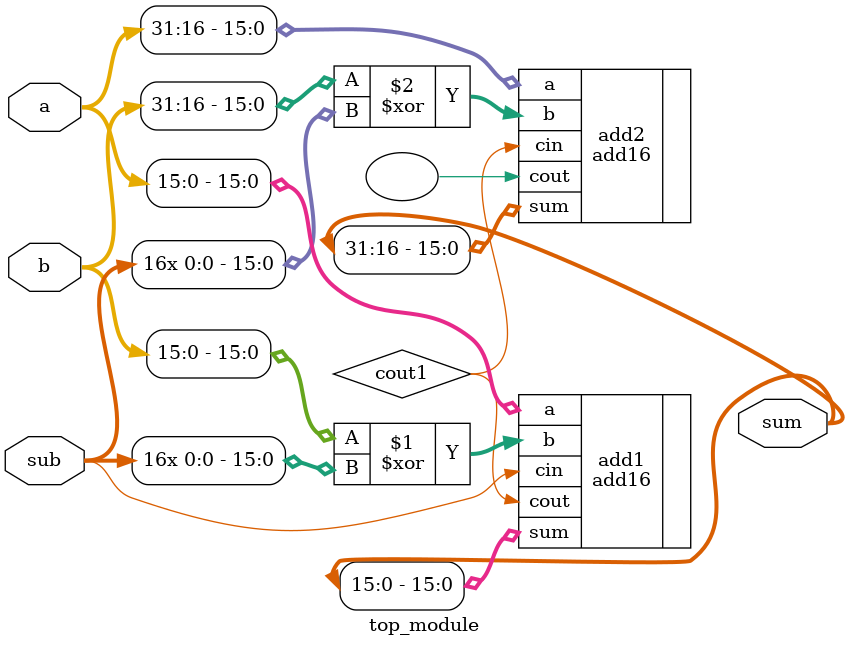
<source format=v>
module top_module(
    input [31:0] a,
    input [31:0] b,
    input sub,
    output [31:0] sum
);

    wire cout1;
    add16 add1(
        .a(a[15:0]),
        .b(b[15:0]^{16{sub}}),
        .cin(sub),
        .sum(sum[15:0]),
        .cout(cout1)
    );
    add16 add2(
        .a(a[31:16]),
        .b(b[31:16]^{16{sub}}),
        .cin(cout1),
        .sum(sum[31:16]),
        .cout()
    );
endmodule

</source>
